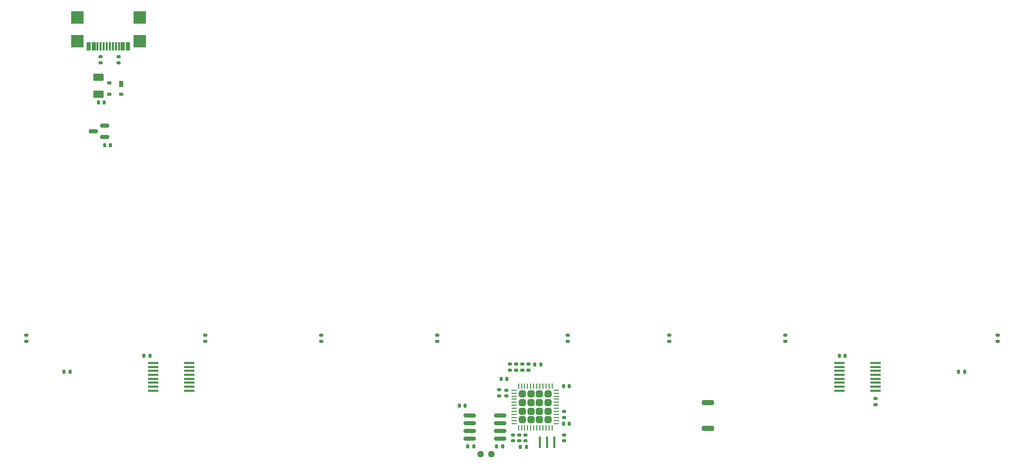
<source format=gbr>
%TF.GenerationSoftware,KiCad,Pcbnew,(7.0.0)*%
%TF.CreationDate,2023-05-05T19:02:53+02:00*%
%TF.ProjectId,travaulta revision,74726176-6175-46c7-9461-207265766973,rev?*%
%TF.SameCoordinates,Original*%
%TF.FileFunction,Paste,Bot*%
%TF.FilePolarity,Positive*%
%FSLAX46Y46*%
G04 Gerber Fmt 4.6, Leading zero omitted, Abs format (unit mm)*
G04 Created by KiCad (PCBNEW (7.0.0)) date 2023-05-05 19:02:53*
%MOMM*%
%LPD*%
G01*
G04 APERTURE LIST*
G04 Aperture macros list*
%AMRoundRect*
0 Rectangle with rounded corners*
0 $1 Rounding radius*
0 $2 $3 $4 $5 $6 $7 $8 $9 X,Y pos of 4 corners*
0 Add a 4 corners polygon primitive as box body*
4,1,4,$2,$3,$4,$5,$6,$7,$8,$9,$2,$3,0*
0 Add four circle primitives for the rounded corners*
1,1,$1+$1,$2,$3*
1,1,$1+$1,$4,$5*
1,1,$1+$1,$6,$7*
1,1,$1+$1,$8,$9*
0 Add four rect primitives between the rounded corners*
20,1,$1+$1,$2,$3,$4,$5,0*
20,1,$1+$1,$4,$5,$6,$7,0*
20,1,$1+$1,$6,$7,$8,$9,0*
20,1,$1+$1,$8,$9,$2,$3,0*%
G04 Aperture macros list end*
%ADD10R,0.400000X1.900000*%
%ADD11RoundRect,0.140000X0.140000X0.170000X-0.140000X0.170000X-0.140000X-0.170000X0.140000X-0.170000X0*%
%ADD12RoundRect,0.140000X-0.140000X-0.170000X0.140000X-0.170000X0.140000X0.170000X-0.140000X0.170000X0*%
%ADD13RoundRect,0.140000X-0.170000X0.140000X-0.170000X-0.140000X0.170000X-0.140000X0.170000X0.140000X0*%
%ADD14RoundRect,0.150000X-0.825000X-0.150000X0.825000X-0.150000X0.825000X0.150000X-0.825000X0.150000X0*%
%ADD15RoundRect,0.135000X-0.185000X0.135000X-0.185000X-0.135000X0.185000X-0.135000X0.185000X0.135000X0*%
%ADD16RoundRect,0.135000X0.185000X-0.135000X0.185000X0.135000X-0.185000X0.135000X-0.185000X-0.135000X0*%
%ADD17RoundRect,0.135000X-0.135000X-0.185000X0.135000X-0.185000X0.135000X0.185000X-0.135000X0.185000X0*%
%ADD18RoundRect,0.250000X0.315000X-0.315000X0.315000X0.315000X-0.315000X0.315000X-0.315000X-0.315000X0*%
%ADD19RoundRect,0.062500X0.062500X-0.375000X0.062500X0.375000X-0.062500X0.375000X-0.062500X-0.375000X0*%
%ADD20RoundRect,0.062500X0.375000X-0.062500X0.375000X0.062500X-0.375000X0.062500X-0.375000X-0.062500X0*%
%ADD21RoundRect,0.135000X0.135000X0.185000X-0.135000X0.185000X-0.135000X-0.185000X0.135000X-0.185000X0*%
%ADD22R,1.778000X0.419100*%
%ADD23RoundRect,0.250000X-0.625000X0.375000X-0.625000X-0.375000X0.625000X-0.375000X0.625000X0.375000X0*%
%ADD24R,0.700000X1.000000*%
%ADD25R,0.700000X0.600000*%
%ADD26RoundRect,0.140000X0.170000X-0.140000X0.170000X0.140000X-0.170000X0.140000X-0.170000X-0.140000X0*%
%ADD27RoundRect,0.200000X-0.800000X0.200000X-0.800000X-0.200000X0.800000X-0.200000X0.800000X0.200000X0*%
%ADD28RoundRect,0.150000X0.587500X0.150000X-0.587500X0.150000X-0.587500X-0.150000X0.587500X-0.150000X0*%
%ADD29RoundRect,0.237500X0.250000X0.237500X-0.250000X0.237500X-0.250000X-0.237500X0.250000X-0.237500X0*%
%ADD30RoundRect,0.050000X-0.300000X-0.650000X0.300000X-0.650000X0.300000X0.650000X-0.300000X0.650000X0*%
%ADD31RoundRect,0.050000X-0.150000X-0.650000X0.150000X-0.650000X0.150000X0.650000X-0.150000X0.650000X0*%
%ADD32RoundRect,0.050000X-1.000000X-1.000000X1.000000X-1.000000X1.000000X1.000000X-1.000000X1.000000X0*%
G04 APERTURE END LIST*
D10*
%TO.C,Y1*%
X153415999Y-118744999D03*
X154615999Y-118744999D03*
X155815999Y-118744999D03*
%TD*%
D11*
%TO.C,C7*%
X147984000Y-108331000D03*
X147024000Y-108331000D03*
%TD*%
D12*
%TO.C,C12*%
X202609436Y-104534305D03*
X203569436Y-104534305D03*
%TD*%
D13*
%TO.C,C15*%
X149031000Y-117540000D03*
X149031000Y-118500000D03*
%TD*%
D14*
%TO.C,U5*%
X141899097Y-118120501D03*
X141899097Y-116850501D03*
X141899097Y-115580501D03*
X141899097Y-114310501D03*
X146849097Y-114310501D03*
X146849097Y-115580501D03*
X146849097Y-116850501D03*
X146849097Y-118120501D03*
%TD*%
D15*
%TO.C,R7*%
X146742000Y-110107000D03*
X146742000Y-111127000D03*
%TD*%
D16*
%TO.C,R11*%
X98425000Y-102110000D03*
X98425000Y-101090000D03*
%TD*%
D15*
%TO.C,R2*%
X151511000Y-105877000D03*
X151511000Y-106897000D03*
%TD*%
D12*
%TO.C,C9*%
X157311000Y-115663994D03*
X158271000Y-115663994D03*
%TD*%
D17*
%TO.C,R4*%
X152525000Y-105918000D03*
X153545000Y-105918000D03*
%TD*%
D18*
%TO.C,U1*%
X150554000Y-115003000D03*
X151954000Y-115003000D03*
X153354000Y-115003000D03*
X154754000Y-115003000D03*
X150554000Y-113603000D03*
X151954000Y-113603000D03*
X153354000Y-113603000D03*
X154754000Y-113603000D03*
X150554000Y-112203000D03*
X151954000Y-112203000D03*
X153354000Y-112203000D03*
X154754000Y-112203000D03*
X150554000Y-110803000D03*
X151954000Y-110803000D03*
X153354000Y-110803000D03*
X154754000Y-110803000D03*
D19*
X155404000Y-116340500D03*
X154904000Y-116340500D03*
X154404000Y-116340500D03*
X153904000Y-116340500D03*
X153404000Y-116340500D03*
X152904000Y-116340500D03*
X152404000Y-116340500D03*
X151904000Y-116340500D03*
X151404000Y-116340500D03*
X150904000Y-116340500D03*
X150404000Y-116340500D03*
X149904000Y-116340500D03*
D20*
X149216500Y-115653000D03*
X149216500Y-115153000D03*
X149216500Y-114653000D03*
X149216500Y-114153000D03*
X149216500Y-113653000D03*
X149216500Y-113153000D03*
X149216500Y-112653000D03*
X149216500Y-112153000D03*
X149216500Y-111653000D03*
X149216500Y-111153000D03*
X149216500Y-110653000D03*
X149216500Y-110153000D03*
D19*
X149904000Y-109465500D03*
X150404000Y-109465500D03*
X150904000Y-109465500D03*
X151404000Y-109465500D03*
X151904000Y-109465500D03*
X152404000Y-109465500D03*
X152904000Y-109465500D03*
X153404000Y-109465500D03*
X153904000Y-109465500D03*
X154404000Y-109465500D03*
X154904000Y-109465500D03*
X155404000Y-109465500D03*
D20*
X156091500Y-110153000D03*
X156091500Y-110653000D03*
X156091500Y-111153000D03*
X156091500Y-111653000D03*
X156091500Y-112153000D03*
X156091500Y-112653000D03*
X156091500Y-113153000D03*
X156091500Y-113653000D03*
X156091500Y-114153000D03*
X156091500Y-114653000D03*
X156091500Y-115153000D03*
X156091500Y-115653000D03*
%TD*%
D16*
%TO.C,R12*%
X157956250Y-102110000D03*
X157956250Y-101090000D03*
%TD*%
%TO.C,R15*%
X69088000Y-102110000D03*
X69088000Y-101090000D03*
%TD*%
D13*
%TO.C,C11*%
X151063000Y-117540000D03*
X151063000Y-118500000D03*
%TD*%
D21*
%TO.C,R13*%
X76305148Y-107156250D03*
X75285148Y-107156250D03*
%TD*%
D12*
%TO.C,C8*%
X157311000Y-109474000D03*
X158271000Y-109474000D03*
%TD*%
D16*
%TO.C,R10*%
X174625000Y-102110000D03*
X174625000Y-101090000D03*
%TD*%
D22*
%TO.C,U3*%
X208555589Y-105676699D03*
X208555589Y-106326939D03*
X208555589Y-106977179D03*
X208555589Y-107627419D03*
X208555589Y-108272579D03*
X208555589Y-108922819D03*
X208555589Y-109573059D03*
X208555589Y-110223299D03*
X202606909Y-110223299D03*
X202606909Y-109573059D03*
X202606909Y-108922819D03*
X202606909Y-108272579D03*
X202606909Y-107627419D03*
X202606909Y-106977179D03*
X202606909Y-106326939D03*
X202606909Y-105676699D03*
%TD*%
D16*
%TO.C,R1*%
X148463000Y-106897000D03*
X148463000Y-105877000D03*
%TD*%
%TO.C,R16*%
X228600000Y-102110000D03*
X228600000Y-101090000D03*
%TD*%
D11*
%TO.C,C14*%
X141132500Y-112712500D03*
X140172500Y-112712500D03*
%TD*%
D16*
%TO.C,R9*%
X149479000Y-106897000D03*
X149479000Y-105877000D03*
%TD*%
D11*
%TO.C,C13*%
X89380000Y-104485820D03*
X88420000Y-104485820D03*
%TD*%
D17*
%TO.C,R21*%
X146332687Y-119390501D03*
X147352687Y-119390501D03*
%TD*%
D12*
%TO.C,C5*%
X81943000Y-69850000D03*
X82903000Y-69850000D03*
%TD*%
D16*
%TO.C,R20*%
X193675000Y-102110000D03*
X193675000Y-101090000D03*
%TD*%
D21*
%TO.C,R23*%
X142592312Y-119390501D03*
X141572312Y-119390501D03*
%TD*%
D15*
%TO.C,R14*%
X208548088Y-111558447D03*
X208548088Y-112578447D03*
%TD*%
D17*
%TO.C,R6*%
X150169000Y-119507000D03*
X151189000Y-119507000D03*
%TD*%
D23*
%TO.C,F_USBC1*%
X80962500Y-58671000D03*
X80962500Y-61471000D03*
%TD*%
D24*
%TO.C,D1*%
X84692999Y-59828999D03*
D25*
X84692999Y-61528999D03*
X82692999Y-61528999D03*
X82692999Y-59628999D03*
%TD*%
D16*
%TO.C,R18*%
X81280000Y-56356250D03*
X81280000Y-55336250D03*
%TD*%
D15*
%TO.C,R3*%
X157410000Y-113663000D03*
X157410000Y-114683000D03*
%TD*%
%TO.C,R8*%
X150495000Y-105877000D03*
X150495000Y-106897000D03*
%TD*%
D17*
%TO.C,R5*%
X222146885Y-107164145D03*
X223166885Y-107164145D03*
%TD*%
D26*
%TO.C,C1*%
X147885000Y-111097000D03*
X147885000Y-110137000D03*
%TD*%
D12*
%TO.C,C4*%
X80927000Y-62865000D03*
X81887000Y-62865000D03*
%TD*%
D22*
%TO.C,U4*%
X95843089Y-105676699D03*
X95843089Y-106326939D03*
X95843089Y-106977179D03*
X95843089Y-107627419D03*
X95843089Y-108272579D03*
X95843089Y-108922819D03*
X95843089Y-109573059D03*
X95843089Y-110223299D03*
X89894409Y-110223299D03*
X89894409Y-109573059D03*
X89894409Y-108922819D03*
X89894409Y-108272579D03*
X89894409Y-107627419D03*
X89894409Y-106977179D03*
X89894409Y-106326939D03*
X89894409Y-105676699D03*
%TD*%
D27*
%TO.C,SW38*%
X180975000Y-112200000D03*
X180975000Y-116400000D03*
%TD*%
D13*
%TO.C,C6*%
X157410000Y-117503000D03*
X157410000Y-118463000D03*
%TD*%
D28*
%TO.C,U2*%
X81963500Y-66614000D03*
X81963500Y-68514000D03*
X80088500Y-67564000D03*
%TD*%
D29*
%TO.C,JP1*%
X145462340Y-120650000D03*
X143637340Y-120650000D03*
%TD*%
D30*
%TO.C,USB1*%
X79350000Y-53631250D03*
X80150000Y-53631250D03*
D31*
X80800000Y-53631250D03*
X81300000Y-53631250D03*
X81800000Y-53631250D03*
X82300000Y-53631250D03*
X82800000Y-53631250D03*
X83300000Y-53631250D03*
X83800000Y-53631250D03*
X84300000Y-53631250D03*
D30*
X84950000Y-53631250D03*
X85750000Y-53631250D03*
D32*
X77430000Y-48871250D03*
X77430000Y-52771250D03*
X87670000Y-48871250D03*
X87670000Y-52771250D03*
%TD*%
D16*
%TO.C,R19*%
X136525000Y-102110000D03*
X136525000Y-101090000D03*
%TD*%
D15*
%TO.C,R24*%
X84201000Y-55336250D03*
X84201000Y-56356250D03*
%TD*%
D13*
%TO.C,C10*%
X150047000Y-117540000D03*
X150047000Y-118500000D03*
%TD*%
D16*
%TO.C,R17*%
X117475000Y-102110000D03*
X117475000Y-101090000D03*
%TD*%
M02*

</source>
